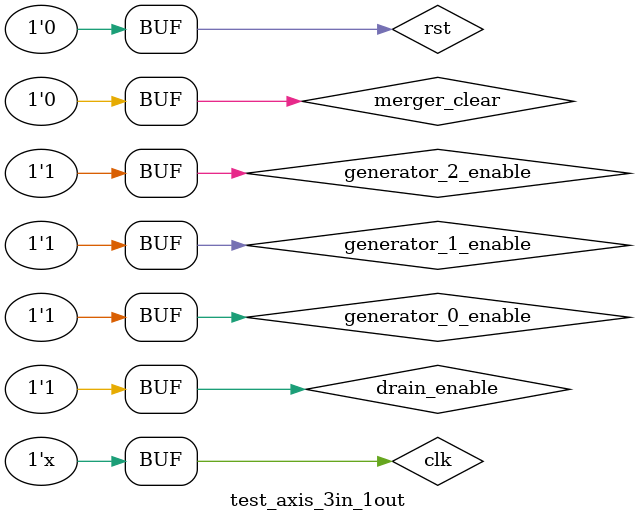
<source format=sv>
`timescale 1ns / 1ps


module test_axis_3in_1out;
	parameter PERIOD = 10;
	parameter DATA_WIDTH_0 = 16;
	parameter DATA_WIDTH_1 = 16;
	parameter DATA_WIDTH_2 = 16; //1;
	parameter OUT_WIDTH = 16;
	parameter USE_MER=1;
	parameter USE_SEL=0;

	////////////////////////////////////////
	// MAIN CONTROL 					  //
	////////////////////////////////////////	
	reg clk, rst;
	always #(PERIOD/2) clk = ~clk;

	////////////////////////////////////////
	// GENERATOR AND DRAIN DELCLARATIONS  //
	////////////////////////////////////////	
	reg generator_0_enable;
	wire gen_0_valid, gen_0_ready;
	wire [DATA_WIDTH_0-1:0] gen_0_data;
	helper_axis_generator #(.DATA_WIDTH(DATA_WIDTH_0), .START_AT(512)) GEN_0
		(
			.clk(clk), .rst(rst), .enable(generator_0_enable),
			.output_valid(gen_0_valid),
			.output_data(gen_0_data),
			.output_ready(gen_0_ready)
		);

	reg generator_1_enable;
	wire gen_1_valid, gen_1_ready;
	wire [DATA_WIDTH_1-1:0] gen_1_data;
	helper_axis_generator #(.DATA_WIDTH(DATA_WIDTH_1)) GEN_1
		(
			.clk(clk), .rst(rst), .enable(generator_1_enable),
			.output_valid(gen_1_valid),
			.output_data(gen_1_data),
			.output_ready(gen_1_ready)
		);

	reg generator_2_enable;
	wire gen_2_valid, gen_2_ready;
	wire [DATA_WIDTH_2-1:0] gen_2_data;
	helper_axis_generator #(.DATA_WIDTH(DATA_WIDTH_2)) GEN_2
		(
			.clk(clk), .rst(rst), .enable(generator_2_enable),
			.output_valid(gen_2_valid),
			.output_data(gen_2_data),
			.output_ready(gen_2_ready)
		);

	reg drain_enable;
	wire drain_valid, drain_ready;
	wire [OUT_WIDTH-1:0] drain_data;
	helper_axis_drain #(.DATA_WIDTH(OUT_WIDTH)) DRAIN
		(
			.clk(clk), .rst(rst), .enable(drain_enable),
			.input_valid(drain_valid),
			.input_ready(drain_ready),
			.input_data(drain_data)
		);

	initial begin
		clk = 0;
		rst = 1;
		generator_0_enable = 0;
		generator_1_enable = 0;
		generator_2_enable = 0;
		drain_enable = 0;
		#(PERIOD/2);
		#(PERIOD*2);
		rst = 0;
		generator_0_enable = 1;
		generator_1_enable = 1;
		generator_2_enable = 1;
		drain_enable = 1;
	end


	////////////////////////////////////////
	// DUT DELCLARATIONS 				  //
	////////////////////////////////////////	
	reg merger_clear;
	initial begin
		merger_clear = 0;
		#(PERIOD*256);
		merger_clear = 1;
		#(PERIOD*2)
		merger_clear = 0;
	end
	if (USE_MER==1) begin: gen_merger
		AXIS_MERGER #(.DATA_WIDTH(DATA_WIDTH_0), .FROM_PORT_ZERO(17), .FROM_PORT_ONE(17)) merger_dut
			(
				.clk(clk), .rst(rst), .clear(merger_clear),
				.input_0_valid(gen_0_valid),
				.input_0_ready(gen_0_ready),
				.input_0_data(gen_0_data),
				.input_1_valid(gen_1_valid),
				.input_1_ready(gen_1_ready),
				.input_1_data(gen_1_data),
				.input_2_ready(gen_2_ready),
				.input_2_valid(gen_2_valid),
				.input_2_data(gen_2_data),
				.output_ready(drain_ready),
				.output_valid(drain_valid),
				.output_data(drain_data)
			);
	end

	if (USE_SEL==1) begin: gen_selector
		axis_selector #(.DATA_WIDTH(DATA_WIDTH_0)) selector_dut
			(
				.clk(clk), .rst(rst), 
				.input_0_valid(gen_0_valid),
				.input_0_ready(gen_0_ready),
				.input_0_data(gen_0_data),
				.input_1_valid(gen_1_valid),
				.input_1_ready(gen_1_ready),
				.input_1_data(gen_1_data),
				.flag_ready(gen_2_ready),
				.flag_valid(gen_2_valid),
				.flag_data(gen_2_data),
				.output_ready(drain_ready),
				.output_valid(drain_valid),
				.output_data(drain_data)
			);
	end

endmodule

</source>
